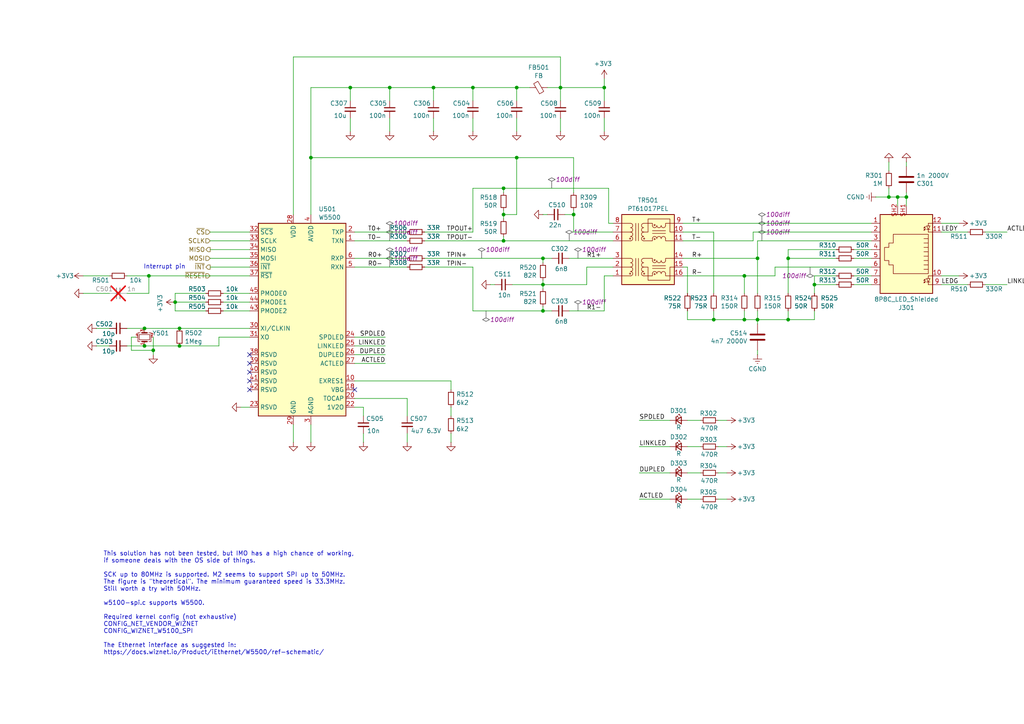
<source format=kicad_sch>
(kicad_sch (version 20231120) (generator "eeschema") (generator_version "8.0")
  (paper "A4")
  (lib_symbols
    (symbol "Connector:8P8C_LED_Shielded" (pin_names (offset 1.016))
      (property "Reference" "J301" (at 0 16.8445 0))
      (property "Value" "8P8C_LED_Shielded" (at 0 14.4202 0))
      (symbol "8P8C_LED_Shielded_1_1"
        (pin passive line (at 10.16 -7.62 180) (length 2.54) (name "~") (number "1"))
        (pin passive line (at -10.16 7.62 0) (length 2.54) (name "~") (number "10"))
        (pin passive line (at -10.16 -5.08 0) (length 2.54) (name "~") (number "11"))
        (pin passive line (at -10.16 -7.62 0) (length 2.54) (name "~") (number "12"))
        (pin passive line (at 10.16 -5.08 180) (length 2.54) (name "~") (number "2"))
        (pin passive line (at 10.16 -2.54 180) (length 2.54) (name "~") (number "3"))
        (pin passive line (at 10.16 0 180) (length 2.54) (name "~") (number "4"))
        (pin passive line (at 10.16 2.54 180) (length 2.54) (name "~") (number "5"))
        (pin passive line (at 10.16 5.08 180) (length 2.54) (name "~") (number "6"))
        (pin passive line (at 10.16 7.62 180) (length 2.54) (name "~") (number "7"))
        (pin passive line (at 10.16 10.16 180) (length 2.54) (name "~") (number "8"))
        (pin passive line (at -10.16 10.16 0) (length 2.54) (name "~") (number "9"))
        (pin passive line (at 0 -12.7 90) (length 2.54) (name "~") (number "SH1"))
        (pin passive line (at 2.54 -12.7 90) (length 2.54) (name "~") (number "SH2"))
      )
    )
    (symbol "Device:C" (pin_numbers hide) (pin_names (offset 0.254))
      (property "Reference" "C" (at 0.635 2.54 0))
      (property "Value" "C" (at 0.635 -2.54 0))
      (symbol "C_1_1"
        (pin passive line (at 0 3.81 270) (length 2.794) (name "~") (number "1"))
        (pin passive line (at 0 -3.81 90) (length 2.794) (name "~") (number "2"))
      )
    )
    (symbol "Device:C_Small" (pin_numbers hide) (pin_names (offset 0.254) hide)
      (property "Reference" "C" (at 0.254 1.778 0))
      (property "Value" "C_Small" (at 0.254 -2.032 0))
      (symbol "C_Small_1_1"
        (pin passive line (at 0 2.54 270) (length 2.032) (name "~") (number "1"))
        (pin passive line (at 0 -2.54 90) (length 2.032) (name "~") (number "2"))
      )
    )
    (symbol "Device:Crystal_GND24_Small" (pin_names (offset 1.016) hide)
      (property "Reference" "Y" (at 1.27 4.445 0))
      (property "Value" "Crystal_GND24_Small" (at 1.27 2.54 0))
      (symbol "Crystal_GND24_Small_1_1"
        (pin passive line (at -2.54 0 0) (length 1.27) (name "1") (number "1"))
        (pin passive line (at 0 -2.54 90) (length 0.635) (name "2") (number "2"))
        (pin passive line (at 2.54 0 180) (length 1.27) (name "3") (number "3"))
        (pin passive line (at 0 2.54 270) (length 0.635) (name "4") (number "4"))
      )
    )
    (symbol "Device:FerriteBead_Small" (pin_numbers hide) (pin_names (offset 0))
      (property "Reference" "FB" (at 1.905 1.27 0))
      (property "Value" "FerriteBead_Small" (at 1.905 -1.27 0))
      (symbol "FerriteBead_Small_1_1"
        (pin passive line (at 0 2.54 270) (length 1.27) (name "~") (number "1"))
        (pin passive line (at 0 -2.54 90) (length 1.27) (name "~") (number "2"))
      )
    )
    (symbol "Device:LED_Small" (pin_numbers hide) (pin_names (offset 0.254) hide)
      (property "Reference" "D" (at -1.27 3.175 0))
      (property "Value" "LED_Small" (at -4.445 -2.54 0))
      (symbol "LED_Small_1_1"
        (pin passive line (at -2.54 0 0) (length 1.778) (name "K") (number "1"))
        (pin passive line (at 2.54 0 180) (length 1.778) (name "A") (number "2"))
      )
    )
    (symbol "Device:R_Small" (pin_numbers hide) (pin_names (offset 0.254) hide)
      (property "Reference" "R" (at 0.762 0.508 0))
      (property "Value" "R_Small" (at 0.762 -1.016 0))
      (symbol "R_Small_1_1"
        (pin passive line (at 0 2.54 270) (length 0.762) (name "~") (number "1"))
        (pin passive line (at 0 -2.54 90) (length 0.762) (name "~") (number "2"))
      )
    )
    (symbol "Interface_Ethernet:W5500"
      (property "Reference" "U503" (at 4.7341 32.0845 0))
      (property "Value" "W5500" (at 4.7341 29.6602 0))
      (symbol "W5500_1_1"
        (pin output line (at 15.24 22.86 180) (length 2.54) (name "TXN") (number "1"))
        (pin passive line (at 15.24 -17.78 180) (length 2.54) (name "EXRES1") (number "10"))
        (pin passive line (at 2.54 30.48 270) (length 2.54) hide (name "AVDD") (number "11"))
        (pin no_connect line (at 12.7 7.62 180) (length 2.54) hide (name "NC") (number "12"))
        (pin no_connect line (at 12.7 5.08 180) (length 2.54) hide (name "NC") (number "13"))
        (pin passive line (at 2.54 -30.48 90) (length 2.54) hide (name "AGND") (number "14"))
        (pin passive line (at 2.54 30.48 270) (length 2.54) hide (name "AVDD") (number "15"))
        (pin passive line (at 2.54 -30.48 90) (length 2.54) hide (name "AGND") (number "16"))
        (pin passive line (at 2.54 30.48 270) (length 2.54) hide (name "AVDD") (number "17"))
        (pin passive line (at 15.24 -20.32 180) (length 2.54) (name "VBG") (number "18"))
        (pin passive line (at 2.54 -30.48 90) (length 2.54) hide (name "AGND") (number "19"))
        (pin output line (at 15.24 25.4 180) (length 2.54) (name "TXP") (number "2"))
        (pin passive line (at 15.24 -22.86 180) (length 2.54) (name "TOCAP") (number "20"))
        (pin passive line (at 2.54 30.48 270) (length 2.54) hide (name "AVDD") (number "21"))
        (pin output line (at 15.24 -25.4 180) (length 2.54) (name "1V2O") (number "22"))
        (pin input line (at -15.24 -25.4 0) (length 2.54) (name "RSVD") (number "23"))
        (pin output line (at 15.24 -5.08 180) (length 2.54) (name "SPDLED") (number "24"))
        (pin output line (at 15.24 -7.62 180) (length 2.54) (name "LINKLED") (number "25"))
        (pin output line (at 15.24 -10.16 180) (length 2.54) (name "DUPLED") (number "26"))
        (pin output line (at 15.24 -12.7 180) (length 2.54) (name "ACTLED") (number "27"))
        (pin power_in line (at -2.54 30.48 270) (length 2.54) (name "VDD") (number "28"))
        (pin power_in line (at -2.54 -30.48 90) (length 2.54) (name "GND") (number "29"))
        (pin power_in line (at 2.54 -30.48 90) (length 2.54) (name "AGND") (number "3"))
        (pin input line (at -15.24 -2.54 0) (length 2.54) (name "XI/CLKIN") (number "30"))
        (pin output line (at -15.24 -5.08 0) (length 2.54) (name "XO") (number "31"))
        (pin input line (at -15.24 25.4 0) (length 2.54) (name "~{SCS}") (number "32"))
        (pin input line (at -15.24 22.86 0) (length 2.54) (name "SCLK") (number "33"))
        (pin output line (at -15.24 20.32 0) (length 2.54) (name "MISO") (number "34"))
        (pin input line (at -15.24 17.78 0) (length 2.54) (name "MOSI") (number "35"))
        (pin input line (at -15.24 15.24 0) (length 2.54) (name "~{INT}") (number "36"))
        (pin input line (at -15.24 12.7 0) (length 2.54) (name "~{RST}") (number "37"))
        (pin input line (at -15.24 -10.16 0) (length 2.54) (name "RSVD") (number "38"))
        (pin input line (at -15.24 -12.7 0) (length 2.54) (name "RSVD") (number "39"))
        (pin power_in line (at 2.54 30.48 270) (length 2.54) (name "AVDD") (number "4"))
        (pin input line (at -15.24 -15.24 0) (length 2.54) (name "RSVD") (number "40"))
        (pin input line (at -15.24 -17.78 0) (length 2.54) (name "RSVD") (number "41"))
        (pin input line (at -15.24 -20.32 0) (length 2.54) (name "RSVD") (number "42"))
        (pin input line (at -15.24 2.54 0) (length 2.54) (name "PMODE2") (number "43"))
        (pin input line (at -15.24 5.08 0) (length 2.54) (name "PMODE1") (number "44"))
        (pin input line (at -15.24 7.62 0) (length 2.54) (name "PMODE0") (number "45"))
        (pin no_connect line (at 12.7 2.54 180) (length 2.54) hide (name "NC") (number "46"))
        (pin no_connect line (at 12.7 0 180) (length 2.54) hide (name "NC") (number "47"))
        (pin passive line (at 2.54 -30.48 90) (length 2.54) hide (name "AGND") (number "48"))
        (pin input line (at 15.24 15.24 180) (length 2.54) (name "RXN") (number "5"))
        (pin input line (at 15.24 17.78 180) (length 2.54) (name "RXP") (number "6"))
        (pin no_connect line (at 12.7 10.16 180) (length 2.54) hide (name "DNC") (number "7"))
        (pin passive line (at 2.54 30.48 270) (length 2.54) hide (name "AVDD") (number "8"))
        (pin passive line (at 2.54 -30.48 90) (length 2.54) hide (name "AGND") (number "9"))
      )
    )
    (symbol "Toucanuino-rescue:+3.3V-power" (power) (pin_names (offset 0))
      (property "Value" "+3.3V-power" (at 0 3.556 0))
      (symbol "+3.3V-power_1_1"
        (pin power_in line (at 0 0 90) (length 0) hide (name "+3V3") (number "1"))
      )
    )
    (symbol "Transformer:PT61017PEL" (pin_names hide)
      (property "Reference" "TR" (at 0 10.795 0))
      (property "Value" "PT61017PEL" (at 0 -10.795 0))
      (symbol "PT61017PEL_1_1"
        (pin passive line (at -10.16 -7.62 0) (length 2.54) (name "TD+") (number "1"))
        (pin passive line (at 10.16 5.08 180) (length 2.54) (name "C_RX") (number "10"))
        (pin passive line (at 10.16 2.54 180) (length 2.54) (name "RX+") (number "11"))
        (pin passive line (at 10.16 -2.54 180) (length 2.54) (name "TX-") (number "14"))
        (pin passive line (at 10.16 -5.08 180) (length 2.54) (name "C_TX") (number "15"))
        (pin passive line (at 10.16 -7.62 180) (length 2.54) (name "TX+") (number "16"))
        (pin passive line (at -10.16 -5.08 0) (length 2.54) (name "C_TD") (number "2"))
        (pin passive line (at -10.16 -2.54 0) (length 2.54) (name "TD-") (number "3"))
        (pin passive line (at -10.16 2.54 0) (length 2.54) (name "RD+") (number "6"))
        (pin passive line (at -10.16 5.08 0) (length 2.54) (name "C_RD") (number "7"))
        (pin passive line (at -10.16 7.62 0) (length 2.54) (name "RD-") (number "8"))
        (pin passive line (at 10.16 7.62 180) (length 2.54) (name "RX-") (number "9"))
      )
    )
    (symbol "power:Earth" (power) (pin_numbers hide) (pin_names (offset 0) hide)
      (property "Value" "Earth" (at 0 -3.81 0))
      (symbol "Earth_1_1"
        (pin power_in line (at 0 0 270) (length 0) (name "~") (number "1"))
      )
    )
    (symbol "power:GND" (power) (pin_numbers hide) (pin_names (offset 0) hide)
      (property "Value" "GND" (at 0 -3.81 0))
      (symbol "GND_1_1"
        (pin power_in line (at 0 0 270) (length 0) (name "~") (number "1"))
      )
    )
  )
  (junction (at 90.17 45.72))
  (junction (at 146.05 69.85))
  (junction (at 175.26 25.4))
  (junction (at 207.01 92.71))
  (junction (at 52.07 95.25))
  (junction (at 162.56 25.4))
  (junction (at 157.48 90.17))
  (junction (at 113.03 25.4))
  (junction (at 52.07 100.33))
  (junction (at 41.91 95.25))
  (junction (at 262.89 57.15))
  (junction (at 137.16 25.4))
  (junction (at 125.73 25.4))
  (junction (at 50.8 87.63))
  (junction (at 157.48 74.93))
  (junction (at 149.86 45.72))
  (junction (at 41.91 100.33))
  (junction (at 43.18 80.01))
  (junction (at 157.48 82.55))
  (junction (at 44.45 101.6))
  (junction (at 228.6 74.93))
  (junction (at 236.22 82.55))
  (junction (at 219.71 74.93))
  (junction (at 146.05 62.23))
  (junction (at 101.6 25.4))
  (junction (at 146.05 54.61))
  (junction (at 260.35 57.15))
  (junction (at 149.86 25.4))
  (junction (at 166.37 62.23))
  (junction (at 219.71 92.71))
  (junction (at 257.81 57.15))
  (junction (at 215.9 80.01))
  (junction (at 228.6 92.71))
  (junction (at 215.9 92.71))
  (no_connect (at 102.87 113.03))
  (no_connect (at 72.39 105.41))
  (no_connect (at 72.39 110.49))
  (no_connect (at 72.39 113.03))
  (no_connect (at 72.39 102.87))
  (no_connect (at 72.39 107.95))
  (wire (pts (xy 257.81 46.99) (xy 257.81 49.53)))
  (wire (pts (xy 137.16 77.47) (xy 137.16 90.17)))
  (wire (pts (xy 175.26 80.01) (xy 177.8 80.01)))
  (wire (pts (xy 125.73 25.4) (xy 137.16 25.4)))
  (wire (pts (xy 157.48 90.17) (xy 160.02 90.17)))
  (wire (pts (xy 199.39 121.92) (xy 203.2 121.92)))
  (wire (pts (xy 175.26 34.29) (xy 175.26 38.1)))
  (wire (pts (xy 208.28 129.54) (xy 210.82 129.54)))
  (wire (pts (xy 123.19 69.85) (xy 146.05 69.85)))
  (wire (pts (xy 148.59 82.55) (xy 157.48 82.55)))
  (wire (pts (xy 39.37 97.79) (xy 38.1 97.79)))
  (wire (pts (xy 143.51 82.55) (xy 142.24 82.55)))
  (wire (pts (xy 208.28 121.92) (xy 210.82 121.92)))
  (wire (pts (xy 165.1 74.93) (xy 177.8 74.93)))
  (wire (pts (xy 31.75 100.33) (xy 27.94 100.33)))
  (wire (pts (xy 198.12 80.01) (xy 215.9 80.01)))
  (wire (pts (xy 185.42 129.54) (xy 194.31 129.54)))
  (wire (pts (xy 166.37 45.72) (xy 166.37 55.88)))
  (wire (pts (xy 236.22 82.55) (xy 242.57 82.55)))
  (wire (pts (xy 257.81 57.15) (xy 260.35 57.15)))
  (wire (pts (xy 219.71 90.17) (xy 219.71 92.71)))
  (wire (pts (xy 273.05 67.31) (xy 280.67 67.31)))
  (wire (pts (xy 257.81 54.61) (xy 257.81 57.15)))
  (wire (pts (xy 60.96 77.47) (xy 72.39 77.47)))
  (wire (pts (xy 228.6 74.93) (xy 242.57 74.93)))
  (wire (pts (xy 165.1 90.17) (xy 175.26 90.17)))
  (wire (pts (xy 219.71 74.93) (xy 219.71 85.09)))
  (wire (pts (xy 170.18 77.47) (xy 177.8 77.47)))
  (wire (pts (xy 208.28 144.78) (xy 210.82 144.78)))
  (wire (pts (xy 247.65 82.55) (xy 252.73 82.55)))
  (wire (pts (xy 24.13 80.01) (xy 31.75 80.01)))
  (wire (pts (xy 146.05 60.96) (xy 146.05 62.23)))
  (wire (pts (xy 90.17 25.4) (xy 101.6 25.4)))
  (wire (pts (xy 137.16 54.61) (xy 146.05 54.61)))
  (wire (pts (xy 101.6 34.29) (xy 101.6 38.1)))
  (wire (pts (xy 166.37 60.96) (xy 166.37 62.23)))
  (wire (pts (xy 146.05 54.61) (xy 176.53 54.61)))
  (wire (pts (xy 149.86 34.29) (xy 149.86 38.1)))
  (wire (pts (xy 146.05 69.85) (xy 177.8 69.85)))
  (wire (pts (xy 260.35 57.15) (xy 262.89 57.15)))
  (wire (pts (xy 236.22 82.55) (xy 236.22 85.09)))
  (wire (pts (xy 285.75 67.31) (xy 292.1 67.31)))
  (wire (pts (xy 247.65 72.39) (xy 252.73 72.39)))
  (wire (pts (xy 224.79 77.47) (xy 252.73 77.47)))
  (wire (pts (xy 43.18 80.01) (xy 72.39 80.01)))
  (wire (pts (xy 102.87 105.41) (xy 111.76 105.41)))
  (wire (pts (xy 215.9 90.17) (xy 215.9 92.71)))
  (wire (pts (xy 236.22 92.71) (xy 228.6 92.71)))
  (wire (pts (xy 185.42 144.78) (xy 194.31 144.78)))
  (wire (pts (xy 113.03 25.4) (xy 113.03 29.21)))
  (wire (pts (xy 236.22 80.01) (xy 242.57 80.01)))
  (wire (pts (xy 64.77 87.63) (xy 72.39 87.63)))
  (wire (pts (xy 198.12 74.93) (xy 219.71 74.93)))
  (wire (pts (xy 198.12 64.77) (xy 252.73 64.77)))
  (wire (pts (xy 123.19 77.47) (xy 137.16 77.47)))
  (wire (pts (xy 219.71 69.85) (xy 252.73 69.85)))
  (wire (pts (xy 175.26 22.86) (xy 175.26 25.4)))
  (wire (pts (xy 137.16 90.17) (xy 157.48 90.17)))
  (wire (pts (xy 254 57.15) (xy 257.81 57.15)))
  (wire (pts (xy 228.6 72.39) (xy 228.6 74.93)))
  (wire (pts (xy 208.28 137.16) (xy 210.82 137.16)))
  (wire (pts (xy 199.39 90.17) (xy 199.39 92.71)))
  (wire (pts (xy 43.18 80.01) (xy 43.18 85.09)))
  (wire (pts (xy 60.96 69.85) (xy 72.39 69.85)))
  (wire (pts (xy 102.87 102.87) (xy 111.76 102.87)))
  (wire (pts (xy 60.96 72.39) (xy 72.39 72.39)))
  (wire (pts (xy 90.17 45.72) (xy 90.17 62.23)))
  (wire (pts (xy 228.6 90.17) (xy 228.6 92.71)))
  (wire (pts (xy 278.13 80.01) (xy 273.05 80.01)))
  (wire (pts (xy 176.53 64.77) (xy 177.8 64.77)))
  (wire (pts (xy 163.83 62.23) (xy 166.37 62.23)))
  (wire (pts (xy 41.91 95.25) (xy 36.83 95.25)))
  (wire (pts (xy 198.12 69.85) (xy 218.44 69.85)))
  (wire (pts (xy 149.86 45.72) (xy 166.37 45.72)))
  (wire (pts (xy 102.87 118.11) (xy 105.41 118.11)))
  (wire (pts (xy 137.16 34.29) (xy 137.16 38.1)))
  (wire (pts (xy 113.03 34.29) (xy 113.03 38.1)))
  (wire (pts (xy 123.19 74.93) (xy 157.48 74.93)))
  (wire (pts (xy 102.87 110.49) (xy 130.81 110.49)))
  (wire (pts (xy 170.18 82.55) (xy 170.18 77.47)))
  (wire (pts (xy 59.69 90.17) (xy 50.8 90.17)))
  (wire (pts (xy 228.6 85.09) (xy 228.6 74.93)))
  (wire (pts (xy 153.67 25.4) (xy 149.86 25.4)))
  (wire (pts (xy 52.07 100.33) (xy 41.91 100.33)))
  (wire (pts (xy 44.45 101.6) (xy 44.45 102.87)))
  (wire (pts (xy 36.83 85.09) (xy 43.18 85.09)))
  (wire (pts (xy 102.87 115.57) (xy 118.11 115.57)))
  (wire (pts (xy 262.89 55.88) (xy 262.89 57.15)))
  (wire (pts (xy 247.65 74.93) (xy 252.73 74.93)))
  (wire (pts (xy 59.69 85.09) (xy 50.8 85.09)))
  (wire (pts (xy 278.13 64.77) (xy 273.05 64.77)))
  (wire (pts (xy 162.56 25.4) (xy 175.26 25.4)))
  (wire (pts (xy 166.37 67.31) (xy 177.8 67.31)))
  (wire (pts (xy 157.48 88.9) (xy 157.48 90.17)))
  (wire (pts (xy 36.83 80.01) (xy 43.18 80.01)))
  (wire (pts (xy 105.41 118.11) (xy 105.41 120.65)))
  (wire (pts (xy 130.81 113.03) (xy 130.81 110.49)))
  (wire (pts (xy 137.16 25.4) (xy 149.86 25.4)))
  (wire (pts (xy 52.07 100.33) (xy 63.5 100.33)))
  (wire (pts (xy 52.07 95.25) (xy 72.39 95.25)))
  (wire (pts (xy 185.42 137.16) (xy 194.31 137.16)))
  (wire (pts (xy 50.8 90.17) (xy 50.8 87.63)))
  (wire (pts (xy 60.96 74.93) (xy 72.39 74.93)))
  (wire (pts (xy 118.11 115.57) (xy 118.11 120.65)))
  (wire (pts (xy 218.44 67.31) (xy 252.73 67.31)))
  (wire (pts (xy 90.17 45.72) (xy 149.86 45.72)))
  (wire (pts (xy 162.56 16.51) (xy 162.56 25.4)))
  (wire (pts (xy 262.89 48.26) (xy 262.89 46.99)))
  (wire (pts (xy 158.75 62.23) (xy 157.48 62.23)))
  (wire (pts (xy 50.8 87.63) (xy 59.69 87.63)))
  (wire (pts (xy 219.71 92.71) (xy 219.71 93.98)))
  (wire (pts (xy 123.19 67.31) (xy 137.16 67.31)))
  (wire (pts (xy 101.6 25.4) (xy 113.03 25.4)))
  (wire (pts (xy 102.87 97.79) (xy 111.76 97.79)))
  (wire (pts (xy 149.86 25.4) (xy 149.86 29.21)))
  (wire (pts (xy 219.71 101.6) (xy 219.71 102.87)))
  (wire (pts (xy 118.11 125.73) (xy 118.11 128.27)))
  (wire (pts (xy 157.48 76.2) (xy 157.48 74.93)))
  (wire (pts (xy 176.53 54.61) (xy 176.53 64.77)))
  (wire (pts (xy 157.48 81.28) (xy 157.48 82.55)))
  (wire (pts (xy 199.39 129.54) (xy 203.2 129.54)))
  (wire (pts (xy 146.05 62.23) (xy 149.86 62.23)))
  (wire (pts (xy 146.05 68.58) (xy 146.05 69.85)))
  (wire (pts (xy 102.87 74.93) (xy 118.11 74.93)))
  (wire (pts (xy 199.39 137.16) (xy 203.2 137.16)))
  (wire (pts (xy 72.39 118.11) (xy 69.85 118.11)))
  (wire (pts (xy 218.44 69.85) (xy 218.44 67.31)))
  (wire (pts (xy 64.77 85.09) (xy 72.39 85.09)))
  (wire (pts (xy 166.37 62.23) (xy 166.37 67.31)))
  (wire (pts (xy 31.75 95.25) (xy 27.94 95.25)))
  (wire (pts (xy 199.39 85.09) (xy 199.39 77.47)))
  (wire (pts (xy 63.5 97.79) (xy 63.5 100.33)))
  (wire (pts (xy 52.07 95.25) (xy 41.91 95.25)))
  (wire (pts (xy 125.73 25.4) (xy 125.73 29.21)))
  (wire (pts (xy 137.16 67.31) (xy 137.16 54.61)))
  (wire (pts (xy 207.01 90.17) (xy 207.01 92.71)))
  (wire (pts (xy 102.87 69.85) (xy 118.11 69.85)))
  (wire (pts (xy 44.45 97.79) (xy 44.45 101.6)))
  (wire (pts (xy 224.79 80.01) (xy 224.79 77.47)))
  (wire (pts (xy 285.75 82.55) (xy 292.1 82.55)))
  (wire (pts (xy 102.87 67.31) (xy 118.11 67.31)))
  (wire (pts (xy 146.05 55.88) (xy 146.05 54.61)))
  (wire (pts (xy 41.91 100.33) (xy 36.83 100.33)))
  (wire (pts (xy 215.9 92.71) (xy 219.71 92.71)))
  (wire (pts (xy 228.6 72.39) (xy 242.57 72.39)))
  (wire (pts (xy 85.09 123.19) (xy 85.09 128.27)))
  (wire (pts (xy 72.39 97.79) (xy 63.5 97.79)))
  (wire (pts (xy 273.05 82.55) (xy 280.67 82.55)))
  (wire (pts (xy 247.65 80.01) (xy 252.73 80.01)))
  (wire (pts (xy 236.22 90.17) (xy 236.22 92.71)))
  (wire (pts (xy 185.42 121.92) (xy 194.31 121.92)))
  (wire (pts (xy 130.81 118.11) (xy 130.81 120.65)))
  (wire (pts (xy 137.16 25.4) (xy 137.16 29.21)))
  (wire (pts (xy 85.09 16.51) (xy 162.56 16.51)))
  (wire (pts (xy 157.48 82.55) (xy 170.18 82.55)))
  (wire (pts (xy 125.73 34.29) (xy 125.73 38.1)))
  (wire (pts (xy 130.81 125.73) (xy 130.81 128.27)))
  (wire (pts (xy 24.13 85.09) (xy 31.75 85.09)))
  (wire (pts (xy 207.01 67.31) (xy 198.12 67.31)))
  (wire (pts (xy 199.39 144.78) (xy 203.2 144.78)))
  (wire (pts (xy 38.1 97.79) (xy 38.1 101.6)))
  (wire (pts (xy 199.39 77.47) (xy 198.12 77.47)))
  (wire (pts (xy 113.03 25.4) (xy 125.73 25.4)))
  (wire (pts (xy 157.48 74.93) (xy 160.02 74.93)))
  (wire (pts (xy 219.71 92.71) (xy 228.6 92.71)))
  (wire (pts (xy 149.86 62.23) (xy 149.86 45.72)))
  (wire (pts (xy 262.89 57.15) (xy 262.89 59.69)))
  (wire (pts (xy 146.05 62.23) (xy 146.05 63.5)))
  (wire (pts (xy 105.41 125.73) (xy 105.41 128.27)))
  (wire (pts (xy 60.96 67.31) (xy 72.39 67.31)))
  (wire (pts (xy 175.26 90.17) (xy 175.26 80.01)))
  (wire (pts (xy 157.48 82.55) (xy 157.48 83.82)))
  (wire (pts (xy 215.9 80.01) (xy 224.79 80.01)))
  (wire (pts (xy 102.87 77.47) (xy 118.11 77.47)))
  (wire (pts (xy 102.87 100.33) (xy 111.76 100.33)))
  (wire (pts (xy 85.09 16.51) (xy 85.09 62.23)))
  (wire (pts (xy 219.71 74.93) (xy 219.71 69.85)))
  (wire (pts (xy 38.1 101.6) (xy 44.45 101.6)))
  (wire (pts (xy 90.17 123.19) (xy 90.17 128.27)))
  (wire (pts (xy 162.56 25.4) (xy 162.56 29.21)))
  (wire (pts (xy 260.35 59.69) (xy 260.35 57.15)))
  (wire (pts (xy 101.6 25.4) (xy 101.6 29.21)))
  (wire (pts (xy 162.56 25.4) (xy 158.75 25.4)))
  (wire (pts (xy 207.01 92.71) (xy 215.9 92.71)))
  (wire (pts (xy 90.17 45.72) (xy 90.17 25.4)))
  (wire (pts (xy 199.39 92.71) (xy 207.01 92.71)))
  (wire (pts (xy 162.56 34.29) (xy 162.56 38.1)))
  (wire (pts (xy 175.26 25.4) (xy 175.26 29.21)))
  (wire (pts (xy 50.8 85.09) (xy 50.8 87.63)))
  (wire (pts (xy 236.22 80.01) (xy 236.22 82.55)))
  (wire (pts (xy 207.01 85.09) (xy 207.01 67.31)))
  (wire (pts (xy 64.77 90.17) (xy 72.39 90.17)))
  (wire (pts (xy 215.9 80.01) (xy 215.9 85.09)))
  (text "This solution has not been tested, but IMO has a high chance of working,\nif someone deals with the OS side of things.\n\nSCK up to 80MHz is supported. M2 seems to support SPI up to 50MHz.\nThe figure is \"theoretical\". The minimum guaranteed speed is 33.3MHz.\nStill worth a try with 50MHz.\n\nw5100-spi.c supports W5500.\n\nRequired kernel config (not exhaustive)\nCONFIG_NET_VENDOR_WIZNET\nCONFIG_WIZNET_W5100_SPI\n\nThe Ethernet interface as suggested in:\nhttps://docs.wiznet.io/Product/iEthernet/W5500/ref-schematic/" (at 29.972 175.006 0) (effects (font (size 1.27 1.27)) (justify left)))
  (text "Interrupt pin" (at 53.848 77.47 0) (effects (font (size 1.27 1.27)) (justify right)))
  (label "SPDLED" (at 111.76 97.79 180))
  (label "R0+" (at 106.68 74.93 0))
  (label "TPOUT+" (at 129.54 67.31 0))
  (label "ACTLED" (at 111.76 105.41 180))
  (label "TPIN+" (at 129.54 74.93 0))
  (label "R-" (at 200.66 80.01 0))
  (label "ACTLED" (at 185.42 144.78 0))
  (label "R1-" (at 170.18 90.17 0))
  (label "TPOUT-" (at 129.54 69.85 0))
  (label "ACTLED" (at 292.1 67.31 0))
  (label "LINKLED" (at 111.76 100.33 180))
  (label "TPIN-" (at 129.54 77.47 0))
  (label "LEDG" (at 273.05 82.55 0))
  (label "R1+" (at 170.18 74.93 0))
  (label "DUPLED" (at 185.42 137.16 0))
  (label "SPDLED" (at 185.42 121.92 0))
  (label "LINKLED" (at 292.1 82.55 0))
  (label "T0-" (at 106.68 69.85 0))
  (label "R+" (at 200.66 74.93 0))
  (label "T-" (at 200.66 69.85 0))
  (label "T+" (at 200.66 64.77 0))
  (label "R0-" (at 106.68 77.47 0))
  (label "LEDY" (at 273.05 67.31 0))
  (label "LINKLED" (at 185.42 129.54 0))
  (label "T0+" (at 106.68 67.31 0))
  (label "DUPLED" (at 111.76 102.87 180))
  (hierarchical_label "~{INT}" (shape output) (at 60.96 77.47 180))
  (hierarchical_label "~{RESET}" (shape input) (at 60.96 80.01 180))
  (hierarchical_label "~{CS}" (shape input) (at 60.96 67.31 180))
  (hierarchical_label "SCLK" (shape input) (at 60.96 69.85 180))
  (hierarchical_label "MOSI" (shape input) (at 60.96 74.93 180))
  (hierarchical_label "MISO" (shape output) (at 60.96 72.39 180))
  (netclass_flag "" (length 2.54) (shape diamond) (at 160.02 54.61 0) (property "Netclass" "100diff" (at 161.1376 52.07 0) (effects (font (italic yes)) (justify left))))
  (netclass_flag "" (length 2.54) (shape diamond) (at 234.95 77.47 180) (property "Netclass" "100diff" (at 233.8324 80.01 0) (effects (font (italic yes)) (justify right))))
  (netclass_flag "" (length 2.54) (shape diamond) (at 140.97 90.17 180) (property "Netclass" "100diff" (at 142.0876 92.71 0) (effects (font (italic yes)) (justify left))))
  (netclass_flag "" (length 2.54) (shape diamond) (at 139.7 74.93 0) (property "Netclass" "100diff" (at 140.8176 72.39 0) (effects (font (italic yes)) (justify left))))
  (netclass_flag "" (length 2.54) (shape diamond) (at 113.03 77.47 0) (property "Netclass" "100diff" (at 114.1476 74.93 0) (effects (font (italic yes)) (justify left))))
  (netclass_flag "" (length 2.54) (shape diamond) (at 220.98 67.31 0) (property "Netclass" "100diff" (at 222.0976 64.77 0) (effects (font (italic yes)) (justify left))))
  (netclass_flag "" (length 2.54) (shape diamond) (at 220.98 64.77 0) (property "Netclass" "100diff" (at 222.0976 62.23 0) (effects (font (italic yes)) (justify left))))
  (netclass_flag "" (length 2.54) (shape diamond) (at 165.1 69.85 0) (property "Netclass" "100diff" (at 166.2176 67.31 0) (effects (font (italic yes)) (justify left))))
  (netclass_flag "" (length 2.54) (shape diamond) (at 167.64 90.17 0) (property "Netclass" "100diff" (at 168.7576 87.63 0) (effects (font (italic yes)) (justify left))))
  (netclass_flag "" (length 2.54) (shape diamond) (at 220.98 69.85 0) (property "Netclass" "100diff" (at 222.0976 67.31 0) (effects (font (italic yes)) (justify left))))
  (netclass_flag "" (length 2.54) (shape diamond) (at 113.03 67.31 0) (property "Netclass" "100diff" (at 114.1476 64.77 0) (effects (font (italic yes)) (justify left))))
  (netclass_flag "" (length 2.54) (shape diamond) (at 113.03 74.93 0) (property "Netclass" "100diff" (at 114.1476 72.39 0) (effects (font (italic yes)) (justify left))))
  (netclass_flag "" (length 2.54) (shape diamond) (at 113.03 69.85 0) (property "Netclass" "100diff" (at 114.1476 67.31 0) (effects (font (italic yes)) (justify left))))
  (netclass_flag "" (length 2.54) (shape diamond) (at 167.64 74.93 0) (property "Netclass" "100diff" (at 168.7576 72.39 0) (effects (font (italic yes)) (justify left))))
  (symbol (lib_id "Device:R_Small") (at 219.71 87.63 0) (unit 1)
    (property "Reference" "R315" (at 221.488 86.4616 0) (effects (justify left)))
    (property "Value" "150R" (at 221.488 88.773 0) (effects (justify left)))
    (property "Footprint" "Resistor_SMD:R_0603_1608Metric" (effects (hide yes)))
    (property "Description" "Resistor, small symbol" (effects (hide yes)))
  )
  (symbol (lib_id "Device:R_Small") (at 228.6 87.63 0) (unit 1)
    (property "Reference" "R524" (at 230.378 86.4616 0) (effects (justify left)))
    (property "Value" "50R" (at 230.378 88.773 0) (effects (justify left)))
    (property "Footprint" "Resistor_SMD:R_0603_1608Metric" (effects (hide yes)))
    (property "Description" "Resistor, small symbol" (effects (hide yes)))
  )
  (symbol (lib_id "power:GND") (at 69.85 118.11 270) (unit 1)
    (property "Reference" "#PWR0507" (effects (hide yes)))
    (property "Value" "GND" (effects (hide yes)))
  )
  (symbol (lib_id "Device:C_Small") (at 34.29 85.09 90) (mirror x) (unit 1) (in_bom no) (dnp yes)
    (property "Reference" "C501" (at 30.226 83.82 90))
    (property "Value" "1n" (at 38.1 83.82 90))
    (property "Footprint" "Capacitor_SMD:C_0603_1608Metric" (effects (hide yes)))
  )
  (symbol (lib_id "Device:C") (at 219.71 97.79 0) (mirror y) (unit 1)
    (property "Reference" "C514" (at 216.789 96.6216 0) (effects (justify left)))
    (property "Value" "4n7 2000V" (at 216.789 98.933 0) (effects (justify left)))
    (property "Footprint" "Capacitor_SMD:C_1206_3216Metric" (effects (hide yes)))
  )
  (symbol (lib_id "Device:R_Small") (at 205.74 137.16 270) (unit 1)
    (property "Reference" "R304" (at 205.486 135.128 90))
    (property "Value" "470R" (at 205.74 139.446 90))
    (property "Footprint" "Resistor_SMD:R_0603_1608Metric" (effects (hide yes)))
  )
  (symbol (lib_id "power:GND") (at 175.26 38.1 0) (unit 1)
    (property "Reference" "#PWR0517" (effects (hide yes)))
    (property "Value" "GND" (effects (hide yes)))
  )
  (symbol (lib_id "Device:C_Small") (at 162.56 74.93 90) (mirror x) (unit 1)
    (property "Reference" "C302" (at 162.306 72.136 90))
    (property "Value" "6n8" (at 162.814 77.978 90))
    (property "Footprint" "Capacitor_SMD:C_0603_1608Metric" (effects (hide yes)))
  )
  (symbol (lib_id "power:GND") (at 44.45 102.87 0) (mirror y) (unit 1)
    (property "Reference" "#PWR0505" (effects (hide yes)))
    (property "Value" "GND" (effects (hide yes)))
  )
  (symbol (lib_id "power:GND") (at 257.81 46.99 0) (mirror x) (unit 1)
    (property "Reference" "#PWR0302" (effects (hide yes)))
    (property "Value" "GND" (effects (hide yes)))
  )
  (symbol (lib_id "Toucanuino-rescue:+3.3V-power") (at 210.82 144.78 270) (unit 1)
    (property "Reference" "#PWR0306" (effects (hide yes)))
    (property "Value" "+3V3" (at 216.408 144.78 90))
  )
  (symbol (lib_id "power:GND") (at 149.86 38.1 0) (unit 1)
    (property "Reference" "#PWR0512" (effects (hide yes)))
    (property "Value" "GND" (effects (hide yes)))
  )
  (symbol (lib_id "Toucanuino-rescue:+3.3V-power") (at 210.82 129.54 270) (unit 1)
    (property "Reference" "#PWR0304" (effects (hide yes)))
    (property "Value" "+3V3" (at 216.408 129.54 90))
  )
  (symbol (lib_id "Device:R_Small") (at 257.81 52.07 0) (mirror y) (unit 1)
    (property "Reference" "R301" (at 256.032 50.9016 0) (effects (justify left)))
    (property "Value" "1M" (at 256.032 53.213 0) (effects (justify left)))
    (property "Footprint" "Resistor_SMD:R_0603_1608Metric" (effects (hide yes)))
    (property "Description" "Resistor, small symbol" (effects (hide yes)))
  )
  (symbol (lib_id "Toucanuino-rescue:+3.3V-power") (at 210.82 137.16 270) (unit 1)
    (property "Reference" "#PWR0305" (effects (hide yes)))
    (property "Value" "+3V3" (at 216.408 137.16 90))
  )
  (symbol (lib_id "Device:R_Small") (at 62.23 87.63 270) (unit 1)
    (property "Reference" "R504" (at 57.15 86.36 90))
    (property "Value" "10k" (at 67.31 86.36 90))
    (property "Footprint" "Resistor_SMD:R_0603_1608Metric" (effects (hide yes)))
  )
  (symbol (lib_id "Transformer:PT61017PEL") (at 187.96 72.39 0) (unit 1)
    (property "Reference" "TR501" (at 187.96 58.0855 0))
    (property "Value" "PT61017PEL" (at 187.96 60.5098 0))
    (property "Footprint" "Transformer_SMD:Transformer_Ethernet_Bourns_PT61017PEL" (effects (hide yes)))
    (property "Datasheet" "https://www.bourns.com/docs/Product-Datasheets/PT61017PEL.pdf" (effects (hide yes)))
    (property "Description" "Ethernet LAN 10/100 Base-Tx Transformer with Center Taps" (effects (hide yes)))
  )
  (symbol (lib_id "Device:R_Small") (at 245.11 82.55 270) (unit 1)
    (property "Reference" "R313" (at 240.03 81.28 90))
    (property "Value" "50R" (at 250.19 81.28 90))
    (property "Footprint" "Resistor_SMD:R_0603_1608Metric" (effects (hide yes)))
  )
  (symbol (lib_id "Device:R_Small") (at 245.11 80.01 270) (unit 1)
    (property "Reference" "R312" (at 240.03 78.74 90))
    (property "Value" "50R" (at 250.19 78.74 90))
    (property "Footprint" "Resistor_SMD:R_0603_1608Metric" (effects (hide yes)))
  )
  (symbol (lib_id "Device:R_Small") (at 245.11 74.93 270) (unit 1)
    (property "Reference" "R311" (at 240.03 73.66 90))
    (property "Value" "50R" (at 250.19 73.66 90))
    (property "Footprint" "Resistor_SMD:R_0603_1608Metric" (effects (hide yes)))
  )
  (symbol (lib_id "power:GND") (at 27.94 95.25 270) (mirror x) (unit 1)
    (property "Reference" "#PWR0503" (effects (hide yes)))
    (property "Value" "GND" (effects (hide yes)))
  )
  (symbol (lib_id "Device:R_Small") (at 62.23 90.17 270) (unit 1)
    (property "Reference" "R505" (at 57.15 88.9 90))
    (property "Value" "10k" (at 67.31 88.9 90))
    (property "Footprint" "Resistor_SMD:R_0603_1608Metric" (effects (hide yes)))
  )
  (symbol (lib_id "power:GND") (at 125.73 38.1 0) (unit 1)
    (property "Reference" "#PWR0312" (effects (hide yes)))
    (property "Value" "GND" (effects (hide yes)))
  )
  (symbol (lib_id "Device:C_Small") (at 146.05 82.55 270) (mirror x) (unit 1)
    (property "Reference" "C511" (at 145.796 79.502 90))
    (property "Value" "10n" (at 146.304 85.598 90))
    (property "Footprint" "Capacitor_SMD:C_0603_1608Metric" (effects (hide yes)))
  )
  (symbol (lib_id "power:Earth") (at 219.71 102.87 0) (unit 1)
    (property "Reference" "#PWR0307" (effects (hide yes)))
    (property "Value" "CGND" (at 219.71 107.0031 0))
    (property "Description" "Power symbol creates a global label with name \"Earth\"" (effects (hide yes)))
  )
  (symbol (lib_id "Device:R_Small") (at 146.05 66.04 0) (mirror y) (unit 1)
    (property "Reference" "R519" (at 144.272 64.8716 0) (effects (justify left)))
    (property "Value" "50R" (at 144.272 67.183 0) (effects (justify left)))
    (property "Footprint" "Resistor_SMD:R_0603_1608Metric" (effects (hide yes)))
    (property "Description" "Resistor, small symbol" (effects (hide yes)))
  )
  (symbol (lib_id "Device:R_Small") (at 205.74 121.92 270) (unit 1)
    (property "Reference" "R302" (at 205.486 119.888 90))
    (property "Value" "470R" (at 205.74 124.206 90))
    (property "Footprint" "Resistor_SMD:R_0603_1608Metric" (effects (hide yes)))
  )
  (symbol (lib_id "power:GND") (at 113.03 38.1 0) (unit 1)
    (property "Reference" "#PWR0311" (effects (hide yes)))
    (property "Value" "GND" (effects (hide yes)))
  )
  (symbol (lib_id "Device:LED_Small") (at 196.85 144.78 0) (unit 1)
    (property "Reference" "D304" (at 196.85 141.986 0))
    (property "Value" "R" (at 196.85 146.812 0))
    (property "Footprint" "LED_SMD:LED_0603_1608Metric" (effects (hide yes)))
    (property "Description" "Light emitting diode, small symbol" (effects (hide yes)))
  )
  (symbol (lib_id "Device:C_Small") (at 137.16 31.75 0) (mirror y) (unit 1)
    (property "Reference" "C504" (at 136.398 29.972 0) (effects (justify left)))
    (property "Value" "100n" (at 136.144 33.528 0) (effects (justify left)))
    (property "Footprint" "Capacitor_SMD:C_0603_1608Metric" (effects (hide yes)))
  )
  (symbol (lib_id "Interface_Ethernet:W5500") (at 87.63 92.71 0) (unit 1)
    (property "Reference" "U501" (at 92.3641 60.6255 0) (effects (justify left)))
    (property "Value" "W5500" (at 92.3641 63.0498 0) (effects (justify left)))
    (property "Footprint" "Package_QFP:LQFP-48_7x7mm_P0.5mm" (effects (hide yes)))
    (property "Datasheet" "http://wizwiki.net/wiki/lib/exe/fetch.php/products:w5500:w5500_ds_v109e.pdf" (effects (hide yes)))
    (property "Description" "10/100Mb SPI Ethernet controller with TCP/IP stack, LQFP-48" (effects (hide yes)))
  )
  (symbol (lib_id "Device:LED_Small") (at 196.85 129.54 0) (unit 1)
    (property "Reference" "D302" (at 196.85 126.746 0))
    (property "Value" "R" (at 196.85 131.572 0))
    (property "Footprint" "LED_SMD:LED_0603_1608Metric" (effects (hide yes)))
    (property "Description" "Light emitting diode, small symbol" (effects (hide yes)))
  )
  (symbol (lib_id "Toucanuino-rescue:+3.3V-power") (at 175.26 22.86 0) (mirror y) (unit 1)
    (property "Reference" "#PWR0516" (effects (hide yes)))
    (property "Value" "+3V3" (at 174.879 18.4658 0))
  )
  (symbol (lib_id "Device:R_Small") (at 34.29 80.01 270) (mirror x) (unit 1)
    (property "Reference" "R501" (at 29.21 81.28 90))
    (property "Value" "10k" (at 39.37 81.28 90))
    (property "Footprint" "Resistor_SMD:R_0603_1608Metric" (effects (hide yes)))
  )
  (symbol (lib_id "power:GND") (at 24.13 85.09 270) (unit 1)
    (property "Reference" "#PWR0502" (effects (hide yes)))
    (property "Value" "GND" (effects (hide yes)))
  )
  (symbol (lib_id "Device:R_Small") (at 166.37 58.42 0) (unit 1)
    (property "Reference" "R309" (at 168.148 57.2516 0) (effects (justify left)))
    (property "Value" "10R" (at 168.148 59.563 0) (effects (justify left)))
    (property "Footprint" "Resistor_SMD:R_0603_1608Metric" (effects (hide yes)))
    (property "Description" "Resistor, small symbol" (effects (hide yes)))
  )
  (symbol (lib_id "Device:C_Small") (at 34.29 100.33 270) (unit 1)
    (property "Reference" "C503" (at 30.226 99.06 90))
    (property "Value" "10p" (at 31.496 101.854 90))
    (property "Footprint" "Capacitor_SMD:C_0603_1608Metric" (effects (hide yes)))
  )
  (symbol (lib_id "power:GND") (at 105.41 128.27 0) (unit 1)
    (property "Reference" "#PWR0511" (effects (hide yes)))
    (property "Value" "GND" (effects (hide yes)))
  )
  (symbol (lib_id "Device:C_Small") (at 118.11 123.19 0) (unit 1)
    (property "Reference" "C507" (at 118.872 121.412 0) (effects (justify left)))
    (property "Value" "4u7 6.3V" (at 119.126 124.968 0) (effects (justify left)))
    (property "Footprint" "Capacitor_SMD:C_0603_1608Metric" (effects (hide yes)))
  )
  (symbol (lib_id "Toucanuino-rescue:+3.3V-power") (at 24.13 80.01 90) (mirror x) (unit 1)
    (property "Reference" "#PWR0501" (effects (hide yes)))
    (property "Value" "+3V3" (at 18.796 80.01 90))
  )
  (symbol (lib_id "Toucanuino-rescue:+3.3V-power") (at 278.13 64.77 270) (unit 1)
    (property "Reference" "#PWR0523" (effects (hide yes)))
    (property "Value" "+3V3" (at 283.718 64.77 90))
  )
  (symbol (lib_id "Device:R_Small") (at 120.65 69.85 270) (unit 1)
    (property "Reference" "R306" (at 115.57 68.58 90))
    (property "Value" "33R" (at 125.73 68.58 90))
    (property "Footprint" "Resistor_SMD:R_0603_1608Metric" (effects (hide yes)))
  )
  (symbol (lib_id "Device:C_Small") (at 113.03 31.75 0) (mirror y) (unit 1)
    (property "Reference" "C305" (at 112.268 29.972 0) (effects (justify left)))
    (property "Value" "100n" (at 112.014 33.528 0) (effects (justify left)))
    (property "Footprint" "Capacitor_SMD:C_0603_1608Metric" (effects (hide yes)))
  )
  (symbol (lib_id "Device:R_Small") (at 215.9 87.63 0) (mirror y) (unit 1)
    (property "Reference" "R314" (at 214.122 86.4616 0) (effects (justify left)))
    (property "Value" "150R" (at 214.122 88.773 0) (effects (justify left)))
    (property "Footprint" "Resistor_SMD:R_0603_1608Metric" (effects (hide yes)))
    (property "Description" "Resistor, small symbol" (effects (hide yes)))
  )
  (symbol (lib_id "power:GND") (at 85.09 128.27 0) (unit 1)
    (property "Reference" "#PWR0508" (effects (hide yes)))
    (property "Value" "GND" (effects (hide yes)))
  )
  (symbol (lib_id "Device:LED_Small") (at 196.85 121.92 0) (unit 1)
    (property "Reference" "D301" (at 196.85 119.126 0))
    (property "Value" "R" (at 196.85 123.952 0))
    (property "Footprint" "LED_SMD:LED_0603_1608Metric" (effects (hide yes)))
    (property "Description" "Light emitting diode, small symbol" (effects (hide yes)))
  )
  (symbol (lib_id "Device:R_Small") (at 207.01 87.63 0) (mirror y) (unit 1)
    (property "Reference" "R523" (at 205.232 86.4616 0) (effects (justify left)))
    (property "Value" "75R" (at 205.232 88.773 0) (effects (justify left)))
    (property "Footprint" "Resistor_SMD:R_0603_1608Metric" (effects (hide yes)))
    (property "Description" "Resistor, small symbol" (effects (hide yes)))
  )
  (symbol (lib_id "Device:R_Small") (at 199.39 87.63 0) (mirror y) (unit 1)
    (property "Reference" "R522" (at 197.612 86.4616 0) (effects (justify left)))
    (property "Value" "75R" (at 197.612 88.773 0) (effects (justify left)))
    (property "Footprint" "Resistor_SMD:R_0603_1608Metric" (effects (hide yes)))
    (property "Description" "Resistor, small symbol" (effects (hide yes)))
  )
  (symbol (lib_id "Toucanuino-rescue:+3.3V-power") (at 210.82 121.92 270) (unit 1)
    (property "Reference" "#PWR0303" (effects (hide yes)))
    (property "Value" "+3V3" (at 216.408 121.92 90))
  )
  (symbol (lib_id "Device:C_Small") (at 175.26 31.75 0) (mirror y) (unit 1)
    (property "Reference" "C509" (at 174.498 29.972 0) (effects (justify left)))
    (property "Value" "100n" (at 174.244 33.528 0) (effects (justify left)))
    (property "Footprint" "Capacitor_SMD:C_0603_1608Metric" (effects (hide yes)))
  )
  (symbol (lib_id "Device:C_Small") (at 125.73 31.75 0) (mirror y) (unit 1)
    (property "Reference" "C306" (at 124.968 29.972 0) (effects (justify left)))
    (property "Value" "100n" (at 124.714 33.528 0) (effects (justify left)))
    (property "Footprint" "Capacitor_SMD:C_0603_1608Metric" (effects (hide yes)))
  )
  (symbol (lib_id "Device:C_Small") (at 101.6 31.75 0) (mirror y) (unit 1)
    (property "Reference" "C307" (at 100.838 29.972 0) (effects (justify left)))
    (property "Value" "10u" (at 100.584 33.528 0) (effects (justify left)))
    (property "Footprint" "Capacitor_SMD:C_0603_1608Metric" (effects (hide yes)))
  )
  (symbol (lib_id "Device:R_Small") (at 236.22 87.63 0) (unit 1)
    (property "Reference" "R525" (at 237.998 86.4616 0) (effects (justify left)))
    (property "Value" "50R" (at 237.998 88.773 0) (effects (justify left)))
    (property "Footprint" "Resistor_SMD:R_0603_1608Metric" (effects (hide yes)))
    (property "Description" "Resistor, small symbol" (effects (hide yes)))
  )
  (symbol (lib_id "power:GND") (at 142.24 82.55 270) (unit 1)
    (property "Reference" "#PWR0519" (effects (hide yes)))
    (property "Value" "GND" (effects (hide yes)))
  )
  (symbol (lib_id "Device:R_Small") (at 52.07 97.79 180) (unit 1)
    (property "Reference" "R502" (at 53.5686 96.5778 0) (effects (justify right)))
    (property "Value" "1Meg" (at 53.5686 99.0021 0) (effects (justify right)))
    (property "Footprint" "Resistor_SMD:R_0603_1608Metric" (effects (hide yes)))
  )
  (symbol (lib_id "Device:R_Small") (at 130.81 123.19 180) (unit 1)
    (property "Reference" "R513" (at 132.3086 121.9778 0) (effects (justify right)))
    (property "Value" "6k2" (at 132.3086 124.4021 0) (effects (justify right)))
    (property "Footprint" "Resistor_SMD:R_0603_1608Metric" (effects (hide yes)))
  )
  (symbol (lib_id "Device:Crystal_GND24_Small") (at 41.91 97.79 90) (unit 1)
    (property "Reference" "Y501" (at 44.1452 96.6216 90) (effects (justify right)))
    (property "Value" "ABM8-25.000MHZ-B2-T" (effects (hide yes)))
    (property "Footprint" "Crystal:Crystal_SMD_3225-4Pin_3.2x2.5mm" (effects (hide yes)))
  )
  (symbol (lib_id "Device:R_Small") (at 120.65 74.93 270) (unit 1)
    (property "Reference" "R307" (at 115.57 73.66 90))
    (property "Value" "33R" (at 125.73 73.66 90))
    (property "Footprint" "Resistor_SMD:R_0603_1608Metric" (effects (hide yes)))
  )
  (symbol (lib_id "power:GND") (at 101.6 38.1 0) (unit 1)
    (property "Reference" "#PWR0313" (effects (hide yes)))
    (property "Value" "GND" (effects (hide yes)))
  )
  (symbol (lib_id "power:GND") (at 157.48 62.23 270) (mirror x) (unit 1)
    (property "Reference" "#PWR0518" (effects (hide yes)))
    (property "Value" "GND" (effects (hide yes)))
  )
  (symbol (lib_id "Connector:8P8C_LED_Shielded") (at 262.89 72.39 180) (unit 1)
    (property "Reference" "J301" (at 262.89 89.2345 0))
    (property "Value" "8P8C_LED_Shielded" (at 262.89 86.8102 0))
    (property "Footprint" "libs:PHOENIX_1149867" (effects (hide yes)))
    (property "Description" "RJ connector, 8P8C (8 positions 8 connected), two LEDs, RJ45, Shielded" (effects (hide yes)))
  )
  (symbol (lib_id "Toucanuino-rescue:+3.3V-power") (at 50.8 87.63 90) (mirror x) (unit 1)
    (property "Reference" "#PWR0506" (effects (hide yes)))
    (property "Value" "+3V3" (at 46.4058 88.011 0))
  )
  (symbol (lib_id "Device:C_Small") (at 162.56 31.75 0) (mirror y) (unit 1)
    (property "Reference" "C508" (at 161.798 29.972 0) (effects (justify left)))
    (property "Value" "100n" (at 161.544 33.528 0) (effects (justify left)))
    (property "Footprint" "Capacitor_SMD:C_0603_1608Metric" (effects (hide yes)))
  )
  (symbol (lib_id "Device:C_Small") (at 149.86 31.75 0) (mirror y) (unit 1)
    (property "Reference" "C506" (at 149.098 29.972 0) (effects (justify left)))
    (property "Value" "100n" (at 148.844 33.528 0) (effects (justify left)))
    (property "Footprint" "Capacitor_SMD:C_0603_1608Metric" (effects (hide yes)))
  )
  (symbol (lib_id "power:GND") (at 262.89 46.99 0) (mirror x) (unit 1)
    (property "Reference" "#PWR0301" (effects (hide yes)))
    (property "Value" "GND" (effects (hide yes)))
  )
  (symbol (lib_id "Device:R_Small") (at 283.21 82.55 270) (mirror x) (unit 1)
    (property "Reference" "R510" (at 278.13 83.82 90))
    (property "Value" "330R" (at 288.29 83.82 90))
    (property "Footprint" "Resistor_SMD:R_0603_1608Metric" (effects (hide yes)))
  )
  (symbol (lib_id "Device:C_Small") (at 161.29 62.23 270) (unit 1)
    (property "Reference" "C510" (at 161.544 59.436 90))
    (property "Value" "22n" (at 161.036 65.278 90))
    (property "Footprint" "Capacitor_SMD:C_0603_1608Metric" (effects (hide yes)))
  )
  (symbol (lib_id "Device:C_Small") (at 34.29 95.25 270) (unit 1)
    (property "Reference" "C502" (at 30.226 93.98 90))
    (property "Value" "10p" (at 31.496 96.774 90))
    (property "Footprint" "Capacitor_SMD:C_0603_1608Metric" (effects (hide yes)))
  )
  (symbol (lib_id "Device:R_Small") (at 205.74 144.78 270) (unit 1)
    (property "Reference" "R305" (at 205.486 142.748 90))
    (property "Value" "470R" (at 205.74 147.066 90))
    (property "Footprint" "Resistor_SMD:R_0603_1608Metric" (effects (hide yes)))
  )
  (symbol (lib_id "Device:C_Small") (at 105.41 123.19 0) (unit 1)
    (property "Reference" "C505" (at 106.172 121.412 0) (effects (justify left)))
    (property "Value" "10n" (at 106.426 124.968 0) (effects (justify left)))
    (property "Footprint" "Capacitor_SMD:C_0603_1608Metric" (effects (hide yes)))
  )
  (symbol (lib_id "power:GND") (at 90.17 128.27 0) (unit 1)
    (property "Reference" "#PWR0509" (effects (hide yes)))
    (property "Value" "GND" (effects (hide yes)))
  )
  (symbol (lib_id "Device:LED_Small") (at 196.85 137.16 0) (unit 1)
    (property "Reference" "D303" (at 196.85 134.366 0))
    (property "Value" "R" (at 196.85 139.192 0))
    (property "Footprint" "LED_SMD:LED_0603_1608Metric" (effects (hide yes)))
    (property "Description" "Light emitting diode, small symbol" (effects (hide yes)))
  )
  (symbol (lib_id "Device:R_Small") (at 120.65 77.47 270) (unit 1)
    (property "Reference" "R308" (at 115.57 76.2 90))
    (property "Value" "33R" (at 125.73 76.2 90))
    (property "Footprint" "Resistor_SMD:R_0603_1608Metric" (effects (hide yes)))
  )
  (symbol (lib_id "Device:R_Small") (at 157.48 78.74 0) (mirror y) (unit 1)
    (property "Reference" "R520" (at 155.702 77.5716 0) (effects (justify left)))
    (property "Value" "82R" (at 155.702 79.883 0) (effects (justify left)))
    (property "Footprint" "Resistor_SMD:R_0603_1608Metric" (effects (hide yes)))
    (property "Description" "Resistor, small symbol" (effects (hide yes)))
  )
  (symbol (lib_id "Device:R_Small") (at 146.05 58.42 0) (mirror y) (unit 1)
    (property "Reference" "R518" (at 144.272 57.2516 0) (effects (justify left)))
    (property "Value" "50R" (at 144.272 59.563 0) (effects (justify left)))
    (property "Footprint" "Resistor_SMD:R_0603_1608Metric" (effects (hide yes)))
    (property "Description" "Resistor, small symbol" (effects (hide yes)))
  )
  (symbol (lib_id "power:Earth") (at 254 57.15 270) (unit 1)
    (property "Reference" "#PWR0308" (effects (hide yes)))
    (property "Value" "CGND" (at 250.8251 57.15 90) (effects (justify right)))
    (property "Description" "Power symbol creates a global label with name \"Earth\"" (effects (hide yes)))
  )
  (symbol (lib_id "Device:R_Small") (at 245.11 72.39 270) (unit 1)
    (property "Reference" "R310" (at 240.03 71.12 90))
    (property "Value" "50R" (at 250.19 71.12 90))
    (property "Footprint" "Resistor_SMD:R_0603_1608Metric" (effects (hide yes)))
  )
  (symbol (lib_id "Device:R_Small") (at 120.65 67.31 270) (unit 1)
    (property "Reference" "R506" (at 115.57 66.04 90))
    (property "Value" "33R" (at 125.73 66.04 90))
    (property "Footprint" "Resistor_SMD:R_0603_1608Metric" (effects (hide yes)))
  )
  (symbol (lib_id "power:GND") (at 130.81 128.27 0) (unit 1)
    (property "Reference" "#PWR0515" (effects (hide yes)))
    (property "Value" "GND" (effects (hide yes)))
  )
  (symbol (lib_id "Device:C") (at 262.89 52.07 0) (mirror x) (unit 1)
    (property "Reference" "C301" (at 265.811 53.2384 0) (effects (justify left)))
    (property "Value" "1n 2000V" (at 265.811 50.927 0) (effects (justify left)))
    (property "Footprint" "Capacitor_SMD:C_1206_3216Metric" (effects (hide yes)))
  )
  (symbol (lib_id "power:GND") (at 137.16 38.1 0) (unit 1)
    (property "Reference" "#PWR0510" (effects (hide yes)))
    (property "Value" "GND" (effects (hide yes)))
  )
  (symbol (lib_id "power:GND") (at 27.94 100.33 270) (mirror x) (unit 1)
    (property "Reference" "#PWR0504" (effects (hide yes)))
    (property "Value" "GND" (effects (hide yes)))
  )
  (symbol (lib_id "Device:R_Small") (at 283.21 67.31 270) (mirror x) (unit 1)
    (property "Reference" "R511" (at 278.13 68.58 90))
    (property "Value" "330R" (at 288.29 68.58 90))
    (property "Footprint" "Resistor_SMD:R_0603_1608Metric" (effects (hide yes)))
  )
  (symbol (lib_id "Toucanuino-rescue:+3.3V-power") (at 278.13 80.01 270) (unit 1)
    (property "Reference" "#PWR0524" (effects (hide yes)))
    (property "Value" "+3V3" (at 283.718 80.01 90))
  )
  (symbol (lib_id "power:GND") (at 118.11 128.27 0) (unit 1)
    (property "Reference" "#PWR0513" (effects (hide yes)))
    (property "Value" "GND" (effects (hide yes)))
  )
  (symbol (lib_id "Device:R_Small") (at 205.74 129.54 270) (unit 1)
    (property "Reference" "R303" (at 205.486 127.508 90))
    (property "Value" "470R" (at 205.74 131.826 90))
    (property "Footprint" "Resistor_SMD:R_0603_1608Metric" (effects (hide yes)))
  )
  (symbol (lib_id "Device:R_Small") (at 62.23 85.09 270) (unit 1)
    (property "Reference" "R503" (at 57.15 83.82 90))
    (property "Value" "10k" (at 67.31 83.82 90))
    (property "Footprint" "Resistor_SMD:R_0603_1608Metric" (effects (hide yes)))
  )
  (symbol (lib_id "power:GND") (at 162.56 38.1 0) (unit 1)
    (property "Reference" "#PWR0514" (effects (hide yes)))
    (property "Value" "GND" (effects (hide yes)))
  )
  (symbol (lib_id "Device:R_Small") (at 157.48 86.36 0) (mirror y) (unit 1)
    (property "Reference" "R521" (at 155.702 85.1916 0) (effects (justify left)))
    (property "Value" "82R" (at 155.702 87.503 0) (effects (justify left)))
    (property "Footprint" "Resistor_SMD:R_0603_1608Metric" (effects (hide yes)))
    (property "Description" "Resistor, small symbol" (effects (hide yes)))
  )
  (symbol (lib_id "Device:R_Small") (at 130.81 115.57 180) (unit 1)
    (property "Reference" "R512" (at 132.3086 114.3578 0) (effects (justify right)))
    (property "Value" "6k2" (at 132.3086 116.7821 0) (effects (justify right)))
    (property "Footprint" "Resistor_SMD:R_0603_1608Metric" (effects (hide yes)))
  )
  (symbol (lib_id "Device:FerriteBead_Small") (at 156.21 25.4 270) (mirror x) (unit 1)
    (property "Reference" "FB501" (at 156.2481 19.5537 90))
    (property "Value" "FB" (at 156.2481 21.978 90))
    (property "Footprint" "Inductor_SMD:L_0603_1608Metric" (effects (hide yes)))
    (property "Description" "Ferrite bead, small symbol" (effects (hide yes)))
  )
  (symbol (lib_id "Device:C_Small") (at 162.56 90.17 90) (mirror x) (unit 1)
    (property "Reference" "C303" (at 162.306 87.376 90))
    (property "Value" "6n8" (at 162.814 93.218 90))
    (property "Footprint" "Capacitor_SMD:C_0603_1608Metric" (effects (hide yes)))
  )
)
</source>
